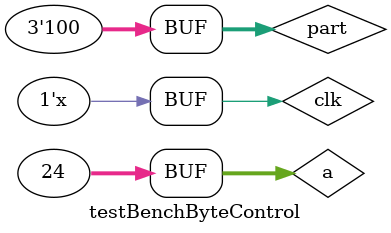
<source format=v>
module byteControl (
	input clk,       // Clock
	input[31:0] a, // input a
	input partition, // Defines the amount of numbers to ignore
	output reg[31:0] f // output f
);

	// Control wich part of the word is going to pass the other part is going to become zero
	always @(posedge clk) begin
		case (partition)
			0: begin
				f <= 0;
			end

			1: begin
				f <= a[8:0];
			end

			2: begin
				f <= a[16:0];
			end

			3: begin
				f <= a;
			end

			default: begin
				f <= a;
			end
		endcase
	end

endmodule


module testBenchByteControl();

	reg [31:0] a;
	reg [2:0] part;
	reg clk;
	wire [31:0] f;

	byteControl bc(
		.clk(clk), 
		.a(a),
		.partition(part),
		.f(f)
	);

	parameter baseTime = 10;
	parameter testVal = 32'b11111111111111111111111111111111;

	initial begin
		#(baseTime)
		a = 24;
		part = 0;
		clk = clk ^ 1;
		#(baseTime)
		a = 24;
		part = 1;
		clk = clk ^ 1;
		#(baseTime)
		a = 24;
		part = 2;
		clk = clk ^ 1;
		#(baseTime)
		a = 24;
		part = 3;
		clk = clk ^ 1;
		#(baseTime)
		a = 24;
		part = 4;
		clk = clk ^ 1;
		#(baseTime)
		a = 24;
		part = 4;
		clk = clk ^ 1;
	end

endmodule
</source>
